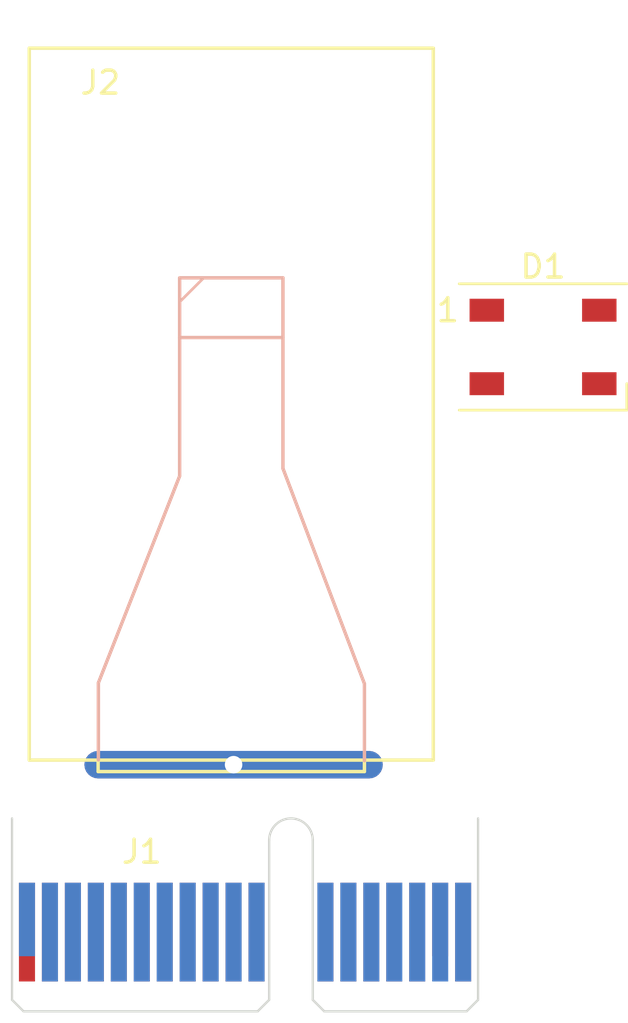
<source format=kicad_pcb>
(kicad_pcb (version 20211014) (generator pcbnew)
  (layers (0 "F.Cu" signal) (31 "B.Cu" signal) (34 "B.Paste" user) (35 "F.Paste" user) (36 "B.SilkS" user "B.Silkscreen") (37 "F.SilkS" user "F.Silkscreen") (38 "B.Mask" user) (39 "F.Mask" user) (44 "Edge.Cuts" user))
  (net 0 "")
  (net 1 "+3V3")
  (net 2 "/LED_OUT")
  (net 3 "GND")
  (net 4 "/LED_IN")
  (net 5 "/LEDA")
  (net 6 "/LCD_RST")
  (net 7 "/LCD_RS")
  (net 8 "LCD_CS")
  (net 9 "/LCD_SDA")
  (net 10 "/LCD_SCL")
  (footprint "Connector_PCBEdge:BUS_PCIexpress_x1" (layer "F.Cu") (at 114.17 130.46)
    (fp_text reference "J1" (at 5 -3.5) (layer "F.SilkS"))
    (fp_text value "elekstube_pcie1x")
    (fp_line (start 10.55 2.95) (end 10.05 3.45) (layer "Edge.Cuts") (width 0.1))
    (fp_line (start -0.65 -4.95) (end -0.65 2.95) (layer "Edge.Cuts") (width 0.1))
    (fp_line (start 12.45 -4) (end 12.45 2.95) (layer "Edge.Cuts") (width 0.1))
    (fp_line (start 10.55 -4) (end 10.55 2.95) (layer "Edge.Cuts") (width 0.1))
    (fp_line (start 12.45 2.95) (end 12.95 3.45) (layer "Edge.Cuts") (width 0.1))
    (fp_line (start 19.65 2.95) (end 19.15 3.45) (layer "Edge.Cuts") (width 0.1))
    (fp_line (start -0.65 2.95) (end -0.15 3.45) (layer "Edge.Cuts") (width 0.1))
    (fp_line (start 19.65 -4.95) (end 19.65 2.95) (layer "Edge.Cuts") (width 0.1))
    (fp_line (start -0.15 3.45) (end 10.05 3.45) (layer "Edge.Cuts") (width 0.1))
    (fp_line (start 12.95 3.45) (end 19.15 3.45) (layer "Edge.Cuts") (width 0.1))
    (fp_arc (start 10.55 -4) (mid 11.5 -4.95) (end 12.45 -4) (layer "Edge.Cuts") (width 0.1))
    (pad "A1" connect rect locked (at 0 -0.55) (size 0.7 3.2) (layers "B.Cu" "B.Mask") (net 5 "/LEDA"))
    (pad "A2" connect rect locked (at 1 0) (size 0.7 4.3) (layers "B.Cu" "B.Mask") (net 6 "/LCD_RST"))
    (pad "A3" connect rect locked (at 2 0) (size 0.7 4.3) (layers "B.Cu" "B.Mask") (net 7 "/LCD_RS"))
    (pad "A4" connect rect locked (at 3 0) (size 0.7 4.3) (layers "B.Cu" "B.Mask") (net 8 "LCD_CS"))
    (pad "A5" connect rect locked (at 4 0) (size 0.7 4.3) (layers "B.Cu" "B.Mask") (net 9 "/LCD_SDA"))
    (pad "A6" connect rect locked (at 5 0) (size 0.7 4.3) (layers "B.Cu" "B.Mask") (net 10 "/LCD_SCL"))
    (pad "A7" connect rect locked (at 6 0) (size 0.7 4.3) (layers "B.Cu" "B.Mask") (net 3 "GND"))
    (pad "A8" connect rect locked (at 7 0) (size 0.7 4.3) (layers "B.Cu" "B.Mask") (net 3 "GND"))
    (pad "A9" connect rect locked (at 8 0) (size 0.7 4.3) (layers "B.Cu" "B.Mask") (net 3 "GND"))
    (pad "A10" connect rect locked (at 9 0) (size 0.7 4.3) (layers "B.Cu" "B.Mask") (net 4 "/LED_IN"))
    (pad "A11" connect rect locked (at 10 0) (size 0.7 4.3) (layers "B.Cu" "B.Mask") (net 2 "/LED_OUT"))
    (pad "A12" connect rect locked (at 13 0) (size 0.7 4.3) (layers "B.Cu" "B.Mask") (net 1 "+3V3"))
    (pad "A13" connect rect locked (at 14 0) (size 0.7 4.3) (layers "B.Cu" "B.Mask") (net 1 "+3V3"))
    (pad "A14" connect rect locked (at 15 0) (size 0.7 4.3) (layers "B.Cu" "B.Mask") (net 1 "+3V3"))
    (pad "A15" connect rect locked (at 16 0) (size 0.7 4.3) (layers "B.Cu" "B.Mask"))
    (pad "A16" connect rect locked (at 17 0) (size 0.7 4.3) (layers "B.Cu" "B.Mask") (net 3 "GND"))
    (pad "A17" connect rect locked (at 18 0) (size 0.7 4.3) (layers "B.Cu" "B.Mask") (net 3 "GND"))
    (pad "A18" connect rect locked (at 19 0) (size 0.7 4.3) (layers "B.Cu" "B.Mask") (net 3 "GND"))
    (pad "B1" connect rect locked (at 0 0) (size 0.7 4.3) (layers "F.Cu" "F.Mask") (net 5 "/LEDA"))
    (pad "B2" connect rect locked (at 1 0) (size 0.7 4.3) (layers "F.Cu" "F.Mask") (net 6 "/LCD_RST"))
    (pad "B3" connect rect locked (at 2 0) (size 0.7 4.3) (layers "F.Cu" "F.Mask") (net 7 "/LCD_RS"))
    (pad "B4" connect rect locked (at 3 0) (size 0.7 4.3) (layers "F.Cu" "F.Mask") (net 8 "LCD_CS"))
    (pad "B5" connect rect locked (at 4 0) (size 0.7 4.3) (layers "F.Cu" "F.Mask") (net 9 "/LCD_SDA"))
    (pad "B6" connect rect locked (at 5 0) (size 0.7 4.3) (layers "F.Cu" "F.Mask") (net 10 "/LCD_SCL"))
    (pad "B7" connect rect locked (at 6 0) (size 0.7 4.3) (layers "F.Cu" "F.Mask") (net 3 "GND"))
    (pad "B8" connect rect locked (at 7 0) (size 0.7 4.3) (layers "F.Cu" "F.Mask") (net 3 "GND"))
    (pad "B9" connect rect locked (at 8 0) (size 0.7 4.3) (layers "F.Cu" "F.Mask") (net 3 "GND"))
    (pad "B10" connect rect locked (at 9 0) (size 0.7 4.3) (layers "F.Cu" "F.Mask") (net 4 "/LED_IN"))
    (pad "B11" connect rect locked (at 10 0) (size 0.7 4.3) (layers "F.Cu" "F.Mask") (net 2 "/LED_OUT"))
    (pad "B12" connect rect locked (at 13 0) (size 0.7 4.3) (layers "F.Cu" "F.Mask") (net 1 "+3V3"))
    (pad "B13" connect rect locked (at 14 0) (size 0.7 4.3) (layers "F.Cu" "F.Mask") (net 1 "+3V3"))
    (pad "B14" connect rect locked (at 15 0) (size 0.7 4.3) (layers "F.Cu" "F.Mask") (net 1 "+3V3"))
    (pad "B15" connect rect locked (at 16 0) (size 0.7 4.3) (layers "F.Cu" "F.Mask"))
    (pad "B16" connect rect locked (at 17 0) (size 0.7 4.3) (layers "F.Cu" "F.Mask") (net 3 "GND"))
    (pad "B17" connect rect locked (at 18 -0.55) (size 0.7 3.2) (layers "F.Cu" "F.Mask") (net 3 "GND"))
    (pad "B18" connect rect locked (at 19 0) (size 0.7 4.3) (layers "F.Cu" "F.Mask") (net 3 "GND"))
  )
  (footprint "Display:1.14in LCD 12c" (layer "F.Cu") (at 114.37 91.97)
    (fp_text reference "J2" (at 3 1.5 unlocked) (layer "F.SilkS"))
    (fp_text value "Conn_01x08")
    (fp_line (start 6.5 11) (end 7.5 10) (layer "B.SilkS") (width 0.12))
    (fp_line (start 14.5 31.025) (end 14.5 27.675) (layer "B.SilkS") (width 0.15))
    (fp_line (start 2.91 30.99) (end 2.91 27.64) (layer "B.SilkS") (width 0.15))
    (fp_line (start 10.95 18.3) (end 10.95 10) (layer "B.SilkS") (width 0.15))
    (fp_line (start 6.45 12.6) (end 10.95 12.6) (layer "B.SilkS") (width 0.15))
    (fp_line (start 6.48 10) (end 10.95 10) (layer "B.SilkS") (width 0.15))
    (fp_line (start 6.45 18.63) (end 6.45 10) (layer "B.SilkS") (width 0.15))
    (fp_line (start 14.5 27.675) (end 10.95 18.3) (layer "B.SilkS") (width 0.15))
    (fp_line (start 2.91 27.64) (end 6.45 18.63) (layer "B.SilkS") (width 0.15))
    (fp_line (start 17.5 0) (end -0.1 0) (layer "F.SilkS") (width 0.15))
    (fp_line (start 17.5 31) (end 17.5 0) (layer "F.SilkS") (width 0.15))
    (fp_line (start -0.1 0) (end -0.1 31) (layer "F.SilkS") (width 0.15))
    (fp_line (start 2.9 31.5) (end 14.5 31.5) (layer "F.SilkS") (width 0.15))
    (fp_line (start 14.5 31.5) (end 14.5 31) (layer "F.SilkS") (width 0.15))
    (fp_line (start -0.1 31) (end 17.5 31) (layer "F.SilkS") (width 0.15))
    (fp_line (start 2.9 31) (end 2.9 31.5) (layer "F.SilkS") (width 0.15))
    (pad "" np_thru_hole roundrect (at 8.8 31.2) (size 13 1.2) (drill 0.762) (layers F&B.Cu *.Mask) (roundrect_rratio 0.5))
  )
  (footprint "LED_SMD:LED_WS2812B_PLCC4_5.0x5.0mm_P3.2mm" (layer "F.Cu") (at 136.65 104.98)
    (fp_text reference "D1" (at 0 -3.5) (layer "F.SilkS"))
    (fp_text value "WS2812B")
    (fp_text user "1" (at -4.15 -1.6) (layer "F.SilkS"))
    (fp_line (start 3.65 2.75) (end 3.65 1.6) (layer "F.SilkS") (width 0.12))
    (fp_line (start -3.65 2.75) (end 3.65 2.75) (layer "F.SilkS") (width 0.12))
    (fp_line (start -3.65 -2.75) (end 3.65 -2.75) (layer "F.SilkS") (width 0.12))
    (pad "1" smd rect (at -2.45 -1.6) (size 1.5 1) (layers "F.Cu" "F.Paste" "F.Mask") (net 1 "+3V3"))
    (pad "2" smd rect (at -2.45 1.6) (size 1.5 1) (layers "F.Cu" "F.Paste" "F.Mask") (net 2 "/LED_OUT"))
    (pad "3" smd rect (at 2.45 1.6) (size 1.5 1) (layers "F.Cu" "F.Paste" "F.Mask") (net 3 "GND"))
    (pad "4" smd rect (at 2.45 -1.6) (size 1.5 1) (layers "F.Cu" "F.Paste" "F.Mask") (net 4 "/LED_IN"))
  )
)
</source>
